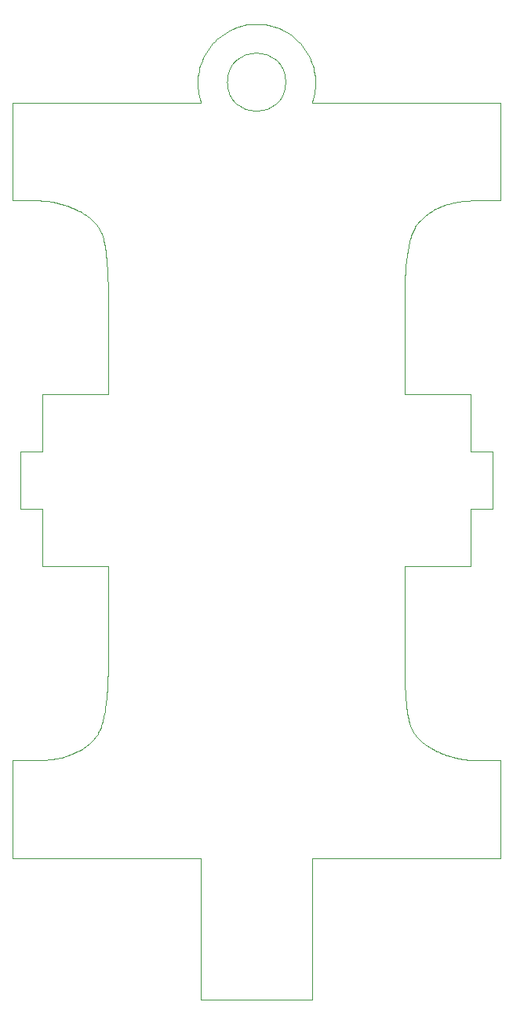
<source format=gbr>
G04 #@! TF.GenerationSoftware,KiCad,Pcbnew,(5.1.8)-1*
G04 #@! TF.CreationDate,2021-05-02T00:16:02-04:00*
G04 #@! TF.ProjectId,CryptoRosette,43727970-746f-4526-9f73-657474652e6b,1*
G04 #@! TF.SameCoordinates,Original*
G04 #@! TF.FileFunction,Profile,NP*
%FSLAX46Y46*%
G04 Gerber Fmt 4.6, Leading zero omitted, Abs format (unit mm)*
G04 Created by KiCad (PCBNEW (5.1.8)-1) date 2021-05-02 00:16:02*
%MOMM*%
%LPD*%
G01*
G04 APERTURE LIST*
G04 #@! TA.AperFunction,Profile*
%ADD10C,0.038100*%
G04 #@! TD*
G04 #@! TA.AperFunction,Profile*
%ADD11C,0.000100*%
G04 #@! TD*
G04 APERTURE END LIST*
D10*
X157390001Y-35470000D02*
G75*
G03*
X157390001Y-35470000I-3150651J0D01*
G01*
D11*
X160216232Y-37661455D02*
X160238424Y-37597618D01*
X160238424Y-37597618D02*
X160259926Y-37533576D01*
X160259926Y-37533576D02*
X160280738Y-37469335D01*
X160280738Y-37469335D02*
X160300858Y-37404899D01*
X160300858Y-37404899D02*
X160320286Y-37340276D01*
X160320286Y-37340276D02*
X160339020Y-37275469D01*
X160339020Y-37275469D02*
X160357060Y-37210486D01*
X160357060Y-37210486D02*
X160374404Y-37145331D01*
X160374404Y-37145331D02*
X160391052Y-37080011D01*
X160391052Y-37080011D02*
X160407002Y-37014530D01*
X160407002Y-37014530D02*
X160422254Y-36948894D01*
X160422254Y-36948894D02*
X160436807Y-36883110D01*
X160436807Y-36883110D02*
X160450660Y-36817182D01*
X160450660Y-36817182D02*
X160463811Y-36751116D01*
X160463811Y-36751116D02*
X160476260Y-36684918D01*
X160476260Y-36684918D02*
X160488006Y-36618594D01*
X160488006Y-36618594D02*
X160499048Y-36552149D01*
X160499048Y-36552149D02*
X160509384Y-36485589D01*
X160509384Y-36485589D02*
X160519015Y-36418919D01*
X160519015Y-36418919D02*
X160527938Y-36352145D01*
X160527938Y-36352145D02*
X160536154Y-36285272D01*
X160536154Y-36285272D02*
X160543660Y-36218307D01*
X160543660Y-36218307D02*
X160550457Y-36151255D01*
X160550457Y-36151255D02*
X160556542Y-36084121D01*
X160556542Y-36084121D02*
X160561916Y-36016911D01*
X160561916Y-36016911D02*
X160566577Y-35949631D01*
X160566577Y-35949631D02*
X160570524Y-35882286D01*
X160570524Y-35882286D02*
X160573756Y-35814882D01*
X160573756Y-35814882D02*
X160576273Y-35747424D01*
X160576273Y-35747424D02*
X160578072Y-35679919D01*
X160578072Y-35679919D02*
X160579154Y-35612372D01*
X160579154Y-35612372D02*
X160579518Y-35544788D01*
X180596901Y-48223084D02*
X180596901Y-37661455D01*
X170194434Y-97753393D02*
X170194434Y-87685791D01*
X179742172Y-75308768D02*
X177348521Y-75308768D01*
X154173191Y-29194788D02*
X154173191Y-29194788D01*
X154229518Y-29194788D02*
X154227755Y-29194780D01*
X154227755Y-29194780D02*
X154225993Y-29194774D01*
X154225993Y-29194774D02*
X154224232Y-29194767D01*
X154224232Y-29194767D02*
X154222470Y-29194762D01*
X154222470Y-29194762D02*
X154220709Y-29194756D01*
X154220709Y-29194756D02*
X154218949Y-29194751D01*
X154218949Y-29194751D02*
X154217188Y-29194747D01*
X154217188Y-29194747D02*
X154215428Y-29194743D01*
X154215428Y-29194743D02*
X154213668Y-29194740D01*
X154213668Y-29194740D02*
X154211909Y-29194737D01*
X154211909Y-29194737D02*
X154210149Y-29194734D01*
X154210149Y-29194734D02*
X154208390Y-29194732D01*
X154208390Y-29194732D02*
X154206631Y-29194730D01*
X154206631Y-29194730D02*
X154204871Y-29194729D01*
X154204871Y-29194729D02*
X154203112Y-29194728D01*
X154203112Y-29194728D02*
X154201353Y-29194728D01*
X154201353Y-29194728D02*
X154199594Y-29194728D01*
X154199594Y-29194728D02*
X154197835Y-29194729D01*
X154197835Y-29194729D02*
X154196076Y-29194730D01*
X154196076Y-29194730D02*
X154194317Y-29194732D01*
X154194317Y-29194732D02*
X154192557Y-29194734D01*
X154192557Y-29194734D02*
X154190798Y-29194737D01*
X154190798Y-29194737D02*
X154189038Y-29194740D01*
X154189038Y-29194740D02*
X154187279Y-29194743D01*
X154187279Y-29194743D02*
X154185519Y-29194747D01*
X154185519Y-29194747D02*
X154183758Y-29194751D01*
X154183758Y-29194751D02*
X154181998Y-29194756D01*
X154181998Y-29194756D02*
X154180237Y-29194762D01*
X154180237Y-29194762D02*
X154178476Y-29194767D01*
X154178476Y-29194767D02*
X154176715Y-29194774D01*
X154176715Y-29194774D02*
X154174953Y-29194780D01*
X154174953Y-29194780D02*
X154173191Y-29194788D01*
X131110000Y-75308768D02*
X128716349Y-75308768D01*
X160262225Y-134384233D02*
X160262225Y-119144336D01*
X160262225Y-119144336D02*
X180596901Y-119144336D01*
X177983106Y-108582707D02*
X177823333Y-108581456D01*
X177823333Y-108581456D02*
X177664080Y-108577704D01*
X177664080Y-108577704D02*
X177505348Y-108571452D01*
X177505348Y-108571452D02*
X177347136Y-108562698D01*
X177347136Y-108562698D02*
X177189444Y-108551444D01*
X177189444Y-108551444D02*
X177032273Y-108537688D01*
X177032273Y-108537688D02*
X176875623Y-108521431D01*
X176875623Y-108521431D02*
X176719493Y-108502673D01*
X176719493Y-108502673D02*
X176563883Y-108481415D01*
X176563883Y-108481415D02*
X176408795Y-108457655D01*
X176408795Y-108457655D02*
X176254226Y-108431394D01*
X176254226Y-108431394D02*
X176100179Y-108402632D01*
X176100179Y-108402632D02*
X175946652Y-108371369D01*
X175946652Y-108371369D02*
X175793646Y-108337605D01*
X175793646Y-108337605D02*
X175641161Y-108301339D01*
X175641161Y-108301339D02*
X175489196Y-108262573D01*
X175489196Y-108262573D02*
X175337753Y-108221306D01*
X175337753Y-108221306D02*
X175186830Y-108177537D01*
X175186830Y-108177537D02*
X175036428Y-108131268D01*
X175036428Y-108131268D02*
X174886547Y-108082497D01*
X174886547Y-108082497D02*
X174737187Y-108031226D01*
X174737187Y-108031226D02*
X174588348Y-107977453D01*
X174588348Y-107977453D02*
X174440031Y-107921179D01*
X174440031Y-107921179D02*
X174292234Y-107862404D01*
X174292234Y-107862404D02*
X174144958Y-107801128D01*
X174144958Y-107801128D02*
X173998204Y-107737351D01*
X173998204Y-107737351D02*
X173851971Y-107671073D01*
X173851971Y-107671073D02*
X173706259Y-107602294D01*
X173706259Y-107602294D02*
X173561068Y-107531013D01*
X173561068Y-107531013D02*
X173416398Y-107457232D01*
X173416398Y-107457232D02*
X173272250Y-107380949D01*
X173272250Y-107380949D02*
X173128624Y-107302166D01*
X170888450Y-105008247D02*
X170845770Y-104894573D01*
X170845770Y-104894573D02*
X170804444Y-104773608D01*
X170804444Y-104773608D02*
X170764471Y-104645350D01*
X170764471Y-104645350D02*
X170725852Y-104509800D01*
X170725852Y-104509800D02*
X170688586Y-104366958D01*
X170688586Y-104366958D02*
X170652673Y-104216823D01*
X170652673Y-104216823D02*
X170618114Y-104059395D01*
X170618114Y-104059395D02*
X170584909Y-103894675D01*
X170584909Y-103894675D02*
X170553058Y-103722662D01*
X170553058Y-103722662D02*
X170522561Y-103543356D01*
X170522561Y-103543356D02*
X170493418Y-103356757D01*
X170493418Y-103356757D02*
X170465629Y-103162865D01*
X170465629Y-103162865D02*
X170439195Y-102961680D01*
X170439195Y-102961680D02*
X170414115Y-102753202D01*
X170414115Y-102753202D02*
X170390390Y-102537431D01*
X170390390Y-102537431D02*
X170368019Y-102314366D01*
X170368019Y-102314366D02*
X170347003Y-102084008D01*
X170347003Y-102084008D02*
X170327343Y-101846357D01*
X170327343Y-101846357D02*
X170309037Y-101601413D01*
X170309037Y-101601413D02*
X170292087Y-101349174D01*
X170292087Y-101349174D02*
X170276492Y-101089642D01*
X170276492Y-101089642D02*
X170262252Y-100822817D01*
X170262252Y-100822817D02*
X170249368Y-100548698D01*
X170249368Y-100548698D02*
X170237840Y-100267284D01*
X170237840Y-100267284D02*
X170227668Y-99978577D01*
X170227668Y-99978577D02*
X170218851Y-99682576D01*
X170218851Y-99682576D02*
X170211391Y-99379281D01*
X170211391Y-99379281D02*
X170205286Y-99068692D01*
X170205286Y-99068692D02*
X170200538Y-98750809D01*
X170200538Y-98750809D02*
X170197147Y-98425631D01*
X170197147Y-98425631D02*
X170195112Y-98093159D01*
X170195112Y-98093159D02*
X170194434Y-97753393D01*
X179742172Y-81497023D02*
X179742172Y-75308768D01*
X131110000Y-81497023D02*
X131110000Y-87685791D01*
X170194434Y-69120000D02*
X170194434Y-59051879D01*
X177983106Y-48223084D02*
X180596901Y-48223084D01*
X177348521Y-75308768D02*
X177348521Y-69120000D01*
X171528204Y-50836879D02*
X171657248Y-50676052D01*
X171657248Y-50676052D02*
X171790982Y-50520333D01*
X171790982Y-50520333D02*
X171929404Y-50369721D01*
X171929404Y-50369721D02*
X172072515Y-50224215D01*
X172072515Y-50224215D02*
X172220314Y-50083817D01*
X172220314Y-50083817D02*
X172372802Y-49948526D01*
X172372802Y-49948526D02*
X172529979Y-49818341D01*
X172529979Y-49818341D02*
X172691844Y-49693263D01*
X172691844Y-49693263D02*
X172858398Y-49573291D01*
X172858398Y-49573291D02*
X173029640Y-49458425D01*
X173029640Y-49458425D02*
X173205570Y-49348666D01*
X173205570Y-49348666D02*
X173386190Y-49244013D01*
X173386190Y-49244013D02*
X173571497Y-49144466D01*
X173571497Y-49144466D02*
X173761493Y-49050025D01*
X173761493Y-49050025D02*
X173956177Y-48960690D01*
X173956177Y-48960690D02*
X174155550Y-48876461D01*
X174155550Y-48876461D02*
X174359611Y-48797337D01*
X174359611Y-48797337D02*
X174568360Y-48723319D01*
X174568360Y-48723319D02*
X174781798Y-48654406D01*
X174781798Y-48654406D02*
X174999923Y-48590598D01*
X174999923Y-48590598D02*
X175222737Y-48531896D01*
X175222737Y-48531896D02*
X175450239Y-48478298D01*
X175450239Y-48478298D02*
X175682430Y-48429806D01*
X175682430Y-48429806D02*
X175919308Y-48386419D01*
X175919308Y-48386419D02*
X176160875Y-48348136D01*
X176160875Y-48348136D02*
X176407129Y-48314958D01*
X176407129Y-48314958D02*
X176658072Y-48286885D01*
X176658072Y-48286885D02*
X176913703Y-48263916D01*
X176913703Y-48263916D02*
X177174021Y-48246052D01*
X177174021Y-48246052D02*
X177439028Y-48233292D01*
X177439028Y-48233292D02*
X177708723Y-48225635D01*
X177708723Y-48225635D02*
X177983106Y-48223084D01*
X173128624Y-107302166D02*
X173023104Y-107241788D01*
X173023104Y-107241788D02*
X172919878Y-107180679D01*
X172919878Y-107180679D02*
X172818945Y-107118839D01*
X172818945Y-107118839D02*
X172720306Y-107056268D01*
X172720306Y-107056268D02*
X172623961Y-106992966D01*
X172623961Y-106992966D02*
X172529908Y-106928933D01*
X172529908Y-106928933D02*
X172438147Y-106864170D01*
X172438147Y-106864170D02*
X172348679Y-106798676D01*
X172348679Y-106798676D02*
X172261503Y-106732453D01*
X172261503Y-106732453D02*
X172176619Y-106665499D01*
X172176619Y-106665499D02*
X172094026Y-106597816D01*
X172094026Y-106597816D02*
X172013724Y-106529403D01*
X172013724Y-106529403D02*
X171935714Y-106460261D01*
X171935714Y-106460261D02*
X171859994Y-106390389D01*
X171859994Y-106390389D02*
X171786564Y-106319789D01*
X171786564Y-106319789D02*
X171715425Y-106248460D01*
X171715425Y-106248460D02*
X171646576Y-106176403D01*
X171646576Y-106176403D02*
X171580016Y-106103617D01*
X171580016Y-106103617D02*
X171515746Y-106030103D01*
X171515746Y-106030103D02*
X171453765Y-105955861D01*
X171453765Y-105955861D02*
X171394073Y-105880891D01*
X171394073Y-105880891D02*
X171336669Y-105805194D01*
X171336669Y-105805194D02*
X171281554Y-105728769D01*
X171281554Y-105728769D02*
X171228727Y-105651617D01*
X171228727Y-105651617D02*
X171178188Y-105573738D01*
X171178188Y-105573738D02*
X171129936Y-105495132D01*
X171129936Y-105495132D02*
X171083972Y-105415800D01*
X171083972Y-105415800D02*
X171040294Y-105335741D01*
X171040294Y-105335741D02*
X170998904Y-105254956D01*
X170998904Y-105254956D02*
X170959799Y-105173446D01*
X170959799Y-105173446D02*
X170922981Y-105091209D01*
X170922981Y-105091209D02*
X170888450Y-105008247D01*
X128716349Y-75308768D02*
X128716349Y-81497023D01*
X160579518Y-35544788D02*
X160571255Y-35218017D01*
X160571255Y-35218017D02*
X160546733Y-34895537D01*
X160546733Y-34895537D02*
X160506351Y-34577745D01*
X160506351Y-34577745D02*
X160450508Y-34265040D01*
X160450508Y-34265040D02*
X160379603Y-33957823D01*
X160379603Y-33957823D02*
X160294034Y-33656491D01*
X160294034Y-33656491D02*
X160194201Y-33361444D01*
X160194201Y-33361444D02*
X160080503Y-33073080D01*
X160080503Y-33073080D02*
X159953339Y-32791799D01*
X159953339Y-32791799D02*
X159813107Y-32518000D01*
X159813107Y-32518000D02*
X159660207Y-32252081D01*
X159660207Y-32252081D02*
X159495038Y-31994441D01*
X159495038Y-31994441D02*
X159317998Y-31745480D01*
X159317998Y-31745480D02*
X159129487Y-31505597D01*
X159129487Y-31505597D02*
X158929903Y-31275190D01*
X158929903Y-31275190D02*
X158719646Y-31054659D01*
X158719646Y-31054659D02*
X158499115Y-30844402D01*
X158499115Y-30844402D02*
X158268708Y-30644818D01*
X158268708Y-30644818D02*
X158028825Y-30456307D01*
X158028825Y-30456307D02*
X157779864Y-30279267D01*
X157779864Y-30279267D02*
X157522224Y-30114098D01*
X157522224Y-30114098D02*
X157256305Y-29961198D01*
X157256305Y-29961198D02*
X156982506Y-29820966D01*
X156982506Y-29820966D02*
X156701225Y-29693802D01*
X156701225Y-29693802D02*
X156412861Y-29580104D01*
X156412861Y-29580104D02*
X156117814Y-29480271D01*
X156117814Y-29480271D02*
X155816482Y-29394702D01*
X155816482Y-29394702D02*
X155509265Y-29323797D01*
X155509265Y-29323797D02*
X155196560Y-29267954D01*
X155196560Y-29267954D02*
X154878768Y-29227572D01*
X154878768Y-29227572D02*
X154556288Y-29203050D01*
X154556288Y-29203050D02*
X154229518Y-29194788D01*
X177348521Y-69120000D02*
X170194434Y-69120000D01*
X170194434Y-87685791D02*
X177348521Y-87685791D01*
X148197328Y-134384233D02*
X160262225Y-134384233D01*
X127861620Y-119144336D02*
X148197328Y-119144336D01*
X177348521Y-81497023D02*
X179742172Y-81497023D01*
X131110000Y-87685791D02*
X138210342Y-87685791D01*
X180596901Y-119144336D02*
X180596901Y-108582707D01*
X148197328Y-119144336D02*
X148197328Y-134384233D01*
X180596901Y-108582707D02*
X177983106Y-108582707D01*
X138210342Y-87685791D02*
X138210342Y-97753393D01*
X177348521Y-87685791D02*
X177348521Y-81497023D01*
X180596901Y-37661455D02*
X160216232Y-37661455D01*
X127861620Y-108582707D02*
X127861620Y-119144336D01*
X128716349Y-81497023D02*
X131110000Y-81497023D01*
X170194434Y-59051879D02*
X170195737Y-58649812D01*
X170195737Y-58649812D02*
X170199648Y-58257124D01*
X170199648Y-58257124D02*
X170206165Y-57873812D01*
X170206165Y-57873812D02*
X170215289Y-57499879D01*
X170215289Y-57499879D02*
X170227019Y-57135322D01*
X170227019Y-57135322D02*
X170241356Y-56780143D01*
X170241356Y-56780143D02*
X170258298Y-56434342D01*
X170258298Y-56434342D02*
X170277846Y-56097917D01*
X170277846Y-56097917D02*
X170300000Y-55770870D01*
X170300000Y-55770870D02*
X170324759Y-55453201D01*
X170324759Y-55453201D02*
X170352123Y-55144908D01*
X170352123Y-55144908D02*
X170382093Y-54845993D01*
X170382093Y-54845993D02*
X170414667Y-54556455D01*
X170414667Y-54556455D02*
X170449845Y-54276295D01*
X170449845Y-54276295D02*
X170487628Y-54005511D01*
X170487628Y-54005511D02*
X170528015Y-53744105D01*
X170528015Y-53744105D02*
X170571006Y-53492076D01*
X170571006Y-53492076D02*
X170616601Y-53249423D01*
X170616601Y-53249423D02*
X170664799Y-53016148D01*
X170664799Y-53016148D02*
X170715600Y-52792250D01*
X170715600Y-52792250D02*
X170769005Y-52577730D01*
X170769005Y-52577730D02*
X170825013Y-52372586D01*
X170825013Y-52372586D02*
X170883623Y-52176819D01*
X170883623Y-52176819D02*
X170944836Y-51990429D01*
X170944836Y-51990429D02*
X171008651Y-51813416D01*
X171008651Y-51813416D02*
X171075068Y-51645780D01*
X171075068Y-51645780D02*
X171144087Y-51487521D01*
X171144087Y-51487521D02*
X171215708Y-51338639D01*
X171215708Y-51338639D02*
X171289930Y-51199133D01*
X171289930Y-51199133D02*
X171366753Y-51069005D01*
X171366753Y-51069005D02*
X171446178Y-50948253D01*
X171446178Y-50948253D02*
X171528204Y-50836879D01*
X130422186Y-108582707D02*
X127861620Y-108582707D01*
X138210342Y-59051879D02*
X138210342Y-69120000D01*
X138210342Y-69120000D02*
X131110000Y-69120000D01*
X148242805Y-37661455D02*
X127861620Y-37661455D01*
X136930317Y-105968396D02*
X136801230Y-106129214D01*
X136801230Y-106129214D02*
X136667350Y-106284929D01*
X136667350Y-106284929D02*
X136528677Y-106435540D01*
X136528677Y-106435540D02*
X136385211Y-106581049D01*
X136385211Y-106581049D02*
X136236951Y-106721453D01*
X136236951Y-106721453D02*
X136083899Y-106856754D01*
X136083899Y-106856754D02*
X135926053Y-106986952D01*
X135926053Y-106986952D02*
X135763414Y-107112045D01*
X135763414Y-107112045D02*
X135595982Y-107232034D01*
X135595982Y-107232034D02*
X135423756Y-107346919D01*
X135423756Y-107346919D02*
X135246738Y-107456699D01*
X135246738Y-107456699D02*
X135064927Y-107561375D01*
X135064927Y-107561375D02*
X134878322Y-107660946D01*
X134878322Y-107660946D02*
X134686925Y-107755412D01*
X134686925Y-107755412D02*
X134490734Y-107844773D01*
X134490734Y-107844773D02*
X134289751Y-107929029D01*
X134289751Y-107929029D02*
X134083974Y-108008180D01*
X134083974Y-108008180D02*
X133873405Y-108082225D01*
X133873405Y-108082225D02*
X133658042Y-108151165D01*
X133658042Y-108151165D02*
X133437887Y-108214999D01*
X133437887Y-108214999D02*
X133212939Y-108273727D01*
X133212939Y-108273727D02*
X132983198Y-108327349D01*
X132983198Y-108327349D02*
X132748664Y-108375865D01*
X132748664Y-108375865D02*
X132509338Y-108419275D01*
X132509338Y-108419275D02*
X132265218Y-108457578D01*
X132265218Y-108457578D02*
X132016306Y-108490774D01*
X132016306Y-108490774D02*
X131762601Y-108518864D01*
X131762601Y-108518864D02*
X131504103Y-108541847D01*
X131504103Y-108541847D02*
X131240813Y-108559723D01*
X131240813Y-108559723D02*
X130972730Y-108572491D01*
X130972730Y-108572491D02*
X130699854Y-108580153D01*
X130699854Y-108580153D02*
X130422186Y-108582707D01*
X138210342Y-97753393D02*
X138209092Y-98155458D01*
X138209092Y-98155458D02*
X138205345Y-98548146D01*
X138205345Y-98548146D02*
X138199100Y-98931456D01*
X138199100Y-98931456D02*
X138190356Y-99305388D01*
X138190356Y-99305388D02*
X138179113Y-99669942D01*
X138179113Y-99669942D02*
X138165371Y-100025118D01*
X138165371Y-100025118D02*
X138149131Y-100370917D01*
X138149131Y-100370917D02*
X138130391Y-100707338D01*
X138130391Y-100707338D02*
X138109151Y-101034382D01*
X138109151Y-101034382D02*
X138085412Y-101352049D01*
X138085412Y-101352049D02*
X138059172Y-101660338D01*
X138059172Y-101660338D02*
X138030433Y-101959249D01*
X138030433Y-101959249D02*
X137999193Y-102248784D01*
X137999193Y-102248784D02*
X137965453Y-102528942D01*
X137965453Y-102528942D02*
X137929212Y-102799722D01*
X137929212Y-102799722D02*
X137890470Y-103061126D01*
X137890470Y-103061126D02*
X137849227Y-103313153D01*
X137849227Y-103313153D02*
X137805483Y-103555803D01*
X137805483Y-103555803D02*
X137759237Y-103789077D01*
X137759237Y-103789077D02*
X137710490Y-104012974D01*
X137710490Y-104012974D02*
X137659241Y-104227494D01*
X137659241Y-104227494D02*
X137605489Y-104432638D01*
X137605489Y-104432638D02*
X137549236Y-104628406D01*
X137549236Y-104628406D02*
X137490479Y-104814798D01*
X137490479Y-104814798D02*
X137429220Y-104991813D01*
X137429220Y-104991813D02*
X137365459Y-105159452D01*
X137365459Y-105159452D02*
X137299194Y-105317716D01*
X137299194Y-105317716D02*
X137230426Y-105466603D01*
X137230426Y-105466603D02*
X137159154Y-105606115D01*
X137159154Y-105606115D02*
X137085379Y-105736251D01*
X137085379Y-105736251D02*
X137009100Y-105857011D01*
X137009100Y-105857011D02*
X136930317Y-105968396D01*
X127861620Y-37661455D02*
X127861620Y-48223084D01*
X127861620Y-48223084D02*
X130421670Y-48223084D01*
X130421670Y-48223084D02*
X130581503Y-48224333D01*
X130581503Y-48224333D02*
X130740919Y-48228080D01*
X130740919Y-48228080D02*
X130899917Y-48234325D01*
X130899917Y-48234325D02*
X131058498Y-48243069D01*
X131058498Y-48243069D02*
X131216661Y-48254312D01*
X131216661Y-48254312D02*
X131374407Y-48268054D01*
X131374407Y-48268054D02*
X131531736Y-48284294D01*
X131531736Y-48284294D02*
X131688647Y-48303034D01*
X131688647Y-48303034D02*
X131845140Y-48324274D01*
X131845140Y-48324274D02*
X132001217Y-48348013D01*
X132001217Y-48348013D02*
X132156876Y-48374253D01*
X132156876Y-48374253D02*
X132312117Y-48402992D01*
X132312117Y-48402992D02*
X132466942Y-48434232D01*
X132466942Y-48434232D02*
X132621349Y-48467972D01*
X132621349Y-48467972D02*
X132775340Y-48504213D01*
X132775340Y-48504213D02*
X132928913Y-48542955D01*
X132928913Y-48542955D02*
X133082069Y-48584198D01*
X133082069Y-48584198D02*
X133234808Y-48627942D01*
X133234808Y-48627942D02*
X133387129Y-48674188D01*
X133387129Y-48674188D02*
X133539034Y-48722935D01*
X133539034Y-48722935D02*
X133690522Y-48774184D01*
X133690522Y-48774184D02*
X133841593Y-48827936D01*
X133841593Y-48827936D02*
X133992248Y-48884189D01*
X133992248Y-48884189D02*
X134142485Y-48942946D01*
X134142485Y-48942946D02*
X134292305Y-49004205D01*
X134292305Y-49004205D02*
X134441709Y-49067966D01*
X134441709Y-49067966D02*
X134590696Y-49134231D01*
X134590696Y-49134231D02*
X134739266Y-49202999D01*
X134739266Y-49202999D02*
X134887420Y-49274271D01*
X134887420Y-49274271D02*
X135035157Y-49348046D01*
X135035157Y-49348046D02*
X135182477Y-49424325D01*
X135182477Y-49424325D02*
X135329381Y-49503109D01*
X147879519Y-35544788D02*
X147879882Y-35612372D01*
X147879882Y-35612372D02*
X147880964Y-35679919D01*
X147880964Y-35679919D02*
X147882763Y-35747424D01*
X147882763Y-35747424D02*
X147885279Y-35814882D01*
X147885279Y-35814882D02*
X147888511Y-35882286D01*
X147888511Y-35882286D02*
X147892458Y-35949631D01*
X147892458Y-35949631D02*
X147897119Y-36016911D01*
X147897119Y-36016911D02*
X147902492Y-36084121D01*
X147902492Y-36084121D02*
X147908577Y-36151255D01*
X147908577Y-36151255D02*
X147915373Y-36218307D01*
X147915373Y-36218307D02*
X147922880Y-36285272D01*
X147922880Y-36285272D02*
X147931095Y-36352145D01*
X147931095Y-36352145D02*
X147940018Y-36418919D01*
X147940018Y-36418919D02*
X147949648Y-36485589D01*
X147949648Y-36485589D02*
X147959984Y-36552149D01*
X147959984Y-36552149D02*
X147971026Y-36618594D01*
X147971026Y-36618594D02*
X147982771Y-36684918D01*
X147982771Y-36684918D02*
X147995220Y-36751116D01*
X147995220Y-36751116D02*
X148008371Y-36817182D01*
X148008371Y-36817182D02*
X148022224Y-36883110D01*
X148022224Y-36883110D02*
X148036777Y-36948894D01*
X148036777Y-36948894D02*
X148052029Y-37014530D01*
X148052029Y-37014530D02*
X148067979Y-37080011D01*
X148067979Y-37080011D02*
X148084627Y-37145331D01*
X148084627Y-37145331D02*
X148101972Y-37210486D01*
X148101972Y-37210486D02*
X148120012Y-37275469D01*
X148120012Y-37275469D02*
X148138747Y-37340276D01*
X148138747Y-37340276D02*
X148158175Y-37404899D01*
X148158175Y-37404899D02*
X148178296Y-37469335D01*
X148178296Y-37469335D02*
X148199108Y-37533576D01*
X148199108Y-37533576D02*
X148220611Y-37597618D01*
X148220611Y-37597618D02*
X148242805Y-37661455D01*
X154173191Y-29194788D02*
X153848518Y-29205831D01*
X153848518Y-29205831D02*
X153528198Y-29232905D01*
X153528198Y-29232905D02*
X153212621Y-29275614D01*
X153212621Y-29275614D02*
X152902178Y-29333566D01*
X152902178Y-29333566D02*
X152597258Y-29406366D01*
X152597258Y-29406366D02*
X152298254Y-29493621D01*
X152298254Y-29493621D02*
X152005554Y-29594935D01*
X152005554Y-29594935D02*
X151719550Y-29709915D01*
X151719550Y-29709915D02*
X151440633Y-29838167D01*
X151440633Y-29838167D02*
X151169192Y-29979298D01*
X151169192Y-29979298D02*
X150905618Y-30132912D01*
X150905618Y-30132912D02*
X150650302Y-30298616D01*
X150650302Y-30298616D02*
X150403635Y-30476016D01*
X150403635Y-30476016D02*
X150166006Y-30664718D01*
X150166006Y-30664718D02*
X149937807Y-30864328D01*
X149937807Y-30864328D02*
X149719427Y-31074452D01*
X149719427Y-31074452D02*
X149511258Y-31294696D01*
X149511258Y-31294696D02*
X149313689Y-31524665D01*
X149313689Y-31524665D02*
X149127112Y-31763966D01*
X149127112Y-31763966D02*
X148951917Y-32012205D01*
X148951917Y-32012205D02*
X148788495Y-32268987D01*
X148788495Y-32268987D02*
X148637235Y-32533919D01*
X148637235Y-32533919D02*
X148498529Y-32806607D01*
X148498529Y-32806607D02*
X148372767Y-33086657D01*
X148372767Y-33086657D02*
X148260340Y-33373674D01*
X148260340Y-33373674D02*
X148161637Y-33667264D01*
X148161637Y-33667264D02*
X148077051Y-33967034D01*
X148077051Y-33967034D02*
X148006970Y-34272590D01*
X148006970Y-34272590D02*
X147951786Y-34583537D01*
X147951786Y-34583537D02*
X147911889Y-34899482D01*
X147911889Y-34899482D02*
X147887670Y-35220030D01*
X147887670Y-35220030D02*
X147879519Y-35544788D01*
X135329381Y-49503109D02*
X135431635Y-49563494D01*
X135431635Y-49563494D02*
X135531701Y-49624611D01*
X135531701Y-49624611D02*
X135629579Y-49686457D01*
X135629579Y-49686457D02*
X135725269Y-49749034D01*
X135725269Y-49749034D02*
X135818772Y-49812341D01*
X135818772Y-49812341D02*
X135910088Y-49876378D01*
X135910088Y-49876378D02*
X135999216Y-49941144D01*
X135999216Y-49941144D02*
X136086157Y-50006640D01*
X136086157Y-50006640D02*
X136170910Y-50072865D01*
X136170910Y-50072865D02*
X136253477Y-50139820D01*
X136253477Y-50139820D02*
X136333857Y-50207503D01*
X136333857Y-50207503D02*
X136412050Y-50275916D01*
X136412050Y-50275916D02*
X136488056Y-50345058D01*
X136488056Y-50345058D02*
X136561875Y-50414928D01*
X136561875Y-50414928D02*
X136633508Y-50485526D01*
X136633508Y-50485526D02*
X136702955Y-50556854D01*
X136702955Y-50556854D02*
X136770215Y-50628909D01*
X136770215Y-50628909D02*
X136835289Y-50701692D01*
X136835289Y-50701692D02*
X136898178Y-50775203D01*
X136898178Y-50775203D02*
X136958880Y-50849442D01*
X136958880Y-50849442D02*
X137017396Y-50924409D01*
X137017396Y-50924409D02*
X137073727Y-51000103D01*
X137073727Y-51000103D02*
X137127872Y-51076525D01*
X137127872Y-51076525D02*
X137179831Y-51153674D01*
X137179831Y-51153674D02*
X137229605Y-51231549D01*
X137229605Y-51231549D02*
X137277194Y-51310152D01*
X137277194Y-51310152D02*
X137322598Y-51389481D01*
X137322598Y-51389481D02*
X137365816Y-51469537D01*
X137365816Y-51469537D02*
X137406850Y-51550320D01*
X137406850Y-51550320D02*
X137445699Y-51631829D01*
X137445699Y-51631829D02*
X137482363Y-51714064D01*
X137482363Y-51714064D02*
X137516843Y-51797025D01*
X137516843Y-51797025D02*
X137559520Y-51910698D01*
X137559520Y-51910698D02*
X137600842Y-52031664D01*
X137600842Y-52031664D02*
X137640808Y-52159923D01*
X137640808Y-52159923D02*
X137679418Y-52295475D01*
X137679418Y-52295475D02*
X137716672Y-52438319D01*
X137716672Y-52438319D02*
X137752571Y-52588457D01*
X137752571Y-52588457D02*
X137787114Y-52745887D01*
X137787114Y-52745887D02*
X137820302Y-52910610D01*
X137820302Y-52910610D02*
X137852134Y-53082627D01*
X137852134Y-53082627D02*
X137882611Y-53261936D01*
X137882611Y-53261936D02*
X137911733Y-53448538D01*
X137911733Y-53448538D02*
X137939499Y-53642433D01*
X137939499Y-53642433D02*
X137965910Y-53843620D01*
X137965910Y-53843620D02*
X137990967Y-54052101D01*
X137990967Y-54052101D02*
X138014668Y-54267875D01*
X138014668Y-54267875D02*
X138037014Y-54490942D01*
X138037014Y-54490942D02*
X138058006Y-54721302D01*
X138058006Y-54721302D02*
X138077642Y-54958955D01*
X138077642Y-54958955D02*
X138095924Y-55203901D01*
X138095924Y-55203901D02*
X138112852Y-55456141D01*
X138112852Y-55456141D02*
X138128424Y-55715673D01*
X138128424Y-55715673D02*
X138142642Y-55982498D01*
X138142642Y-55982498D02*
X138155506Y-56256617D01*
X138155506Y-56256617D02*
X138167016Y-56538029D01*
X138167016Y-56538029D02*
X138177171Y-56826734D01*
X138177171Y-56826734D02*
X138185972Y-57122732D01*
X138185972Y-57122732D02*
X138193418Y-57426023D01*
X138193418Y-57426023D02*
X138199511Y-57736608D01*
X138199511Y-57736608D02*
X138204249Y-58054485D01*
X138204249Y-58054485D02*
X138207634Y-58379657D01*
X138207634Y-58379657D02*
X138209665Y-58712121D01*
X138209665Y-58712121D02*
X138210342Y-59051879D01*
X131110000Y-69120000D02*
X131110000Y-75308768D01*
M02*

</source>
